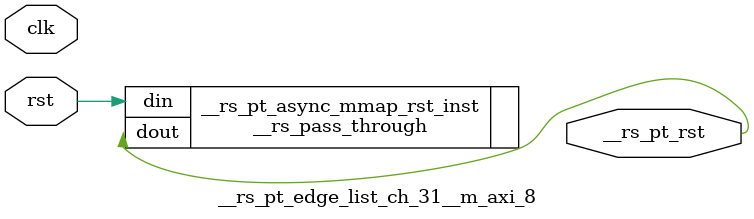
<source format=v>
`timescale 1 ns / 1 ps
/**   Generated by RapidStream   **/
module __rs_pt_edge_list_ch_31__m_axi_8 #(
    parameter BufferSize         = 32,
    parameter BufferSizeLog      = 5,
    parameter AddrWidth          = 64,
    parameter AxiSideAddrWidth   = 64,
    parameter DataWidth          = 512,
    parameter DataWidthBytesLog  = 6,
    parameter WaitTimeWidth      = 4,
    parameter BurstLenWidth      = 8,
    parameter EnableReadChannel  = 1,
    parameter EnableWriteChannel = 1,
    parameter MaxWaitTime        = 3,
    parameter MaxBurstLen        = 15
) (
    output wire __rs_pt_rst,
    input wire  clk,
    input wire  rst
);




__rs_pass_through #(
    .WIDTH (1)
) __rs_pt_async_mmap_rst_inst /**   Generated by RapidStream   **/ (
    .din  (rst),
    .dout (__rs_pt_rst)
);

endmodule  // __rs_pt_edge_list_ch_31__m_axi_8
</source>
